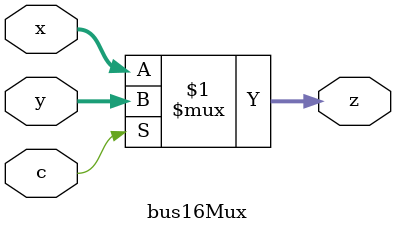
<source format=v>
`timescale 1ns / 1ps
module bus16Mux 
	#(
		parameter WIDTH = 16
	)
	(
		input [WIDTH - 1:0] x,
		input [WIDTH - 1:0] y,
		output [WIDTH - 1:0] z,
		input c
	);
	assign z = c ? y : x;
endmodule

</source>
